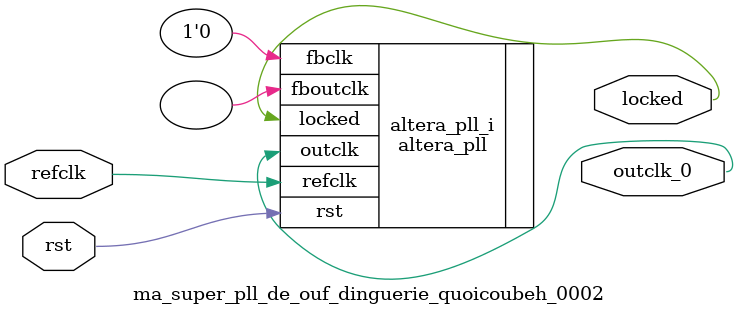
<source format=v>
`timescale 1ns/10ps
module  ma_super_pll_de_ouf_dinguerie_quoicoubeh_0002(

	// interface 'refclk'
	input wire refclk,

	// interface 'reset'
	input wire rst,

	// interface 'outclk0'
	output wire outclk_0,

	// interface 'locked'
	output wire locked
);

	altera_pll #(
		.fractional_vco_multiplier("false"),
		.reference_clock_frequency("100.0 MHz"),
		.operation_mode("direct"),
		.number_of_clocks(1),
		.output_clock_frequency0("48.000000 MHz"),
		.phase_shift0("0 ps"),
		.duty_cycle0(50),
		.output_clock_frequency1("0 MHz"),
		.phase_shift1("0 ps"),
		.duty_cycle1(50),
		.output_clock_frequency2("0 MHz"),
		.phase_shift2("0 ps"),
		.duty_cycle2(50),
		.output_clock_frequency3("0 MHz"),
		.phase_shift3("0 ps"),
		.duty_cycle3(50),
		.output_clock_frequency4("0 MHz"),
		.phase_shift4("0 ps"),
		.duty_cycle4(50),
		.output_clock_frequency5("0 MHz"),
		.phase_shift5("0 ps"),
		.duty_cycle5(50),
		.output_clock_frequency6("0 MHz"),
		.phase_shift6("0 ps"),
		.duty_cycle6(50),
		.output_clock_frequency7("0 MHz"),
		.phase_shift7("0 ps"),
		.duty_cycle7(50),
		.output_clock_frequency8("0 MHz"),
		.phase_shift8("0 ps"),
		.duty_cycle8(50),
		.output_clock_frequency9("0 MHz"),
		.phase_shift9("0 ps"),
		.duty_cycle9(50),
		.output_clock_frequency10("0 MHz"),
		.phase_shift10("0 ps"),
		.duty_cycle10(50),
		.output_clock_frequency11("0 MHz"),
		.phase_shift11("0 ps"),
		.duty_cycle11(50),
		.output_clock_frequency12("0 MHz"),
		.phase_shift12("0 ps"),
		.duty_cycle12(50),
		.output_clock_frequency13("0 MHz"),
		.phase_shift13("0 ps"),
		.duty_cycle13(50),
		.output_clock_frequency14("0 MHz"),
		.phase_shift14("0 ps"),
		.duty_cycle14(50),
		.output_clock_frequency15("0 MHz"),
		.phase_shift15("0 ps"),
		.duty_cycle15(50),
		.output_clock_frequency16("0 MHz"),
		.phase_shift16("0 ps"),
		.duty_cycle16(50),
		.output_clock_frequency17("0 MHz"),
		.phase_shift17("0 ps"),
		.duty_cycle17(50),
		.pll_type("General"),
		.pll_subtype("General")
	) altera_pll_i (
		.rst	(rst),
		.outclk	({outclk_0}),
		.locked	(locked),
		.fboutclk	( ),
		.fbclk	(1'b0),
		.refclk	(refclk)
	);
endmodule


</source>
